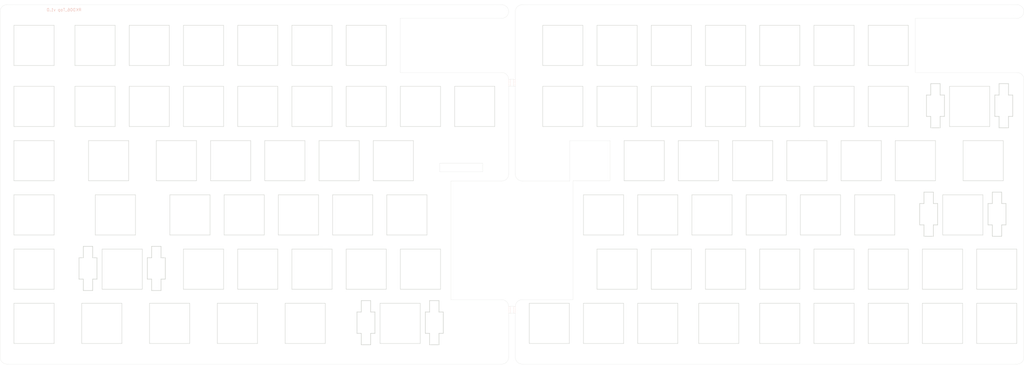
<source format=kicad_pcb>
(kicad_pcb (version 20241229) (generator "pcbnew") (generator_version "9.0")
  (layers (0 "F.Cu" signal) (2 "B.Cu" signal) (13 "F.Paste" user) (15 "B.Paste" user) (5 "F.SilkS" user "F.Silkscreen") (7 "B.SilkS" user "B.Silkscreen") (1 "F.Mask" user) (3 "B.Mask" user) (25 "Edge.Cuts" user))
  (net 0 "")
  (footprint "Rikkodo_FootPrint:rkd_Top_ChocV1V2byV1_2u" (layer "F.Cu") (at 83.34375 126.20625)
    (property "Reference" "SW11" (hide yes))
    (property "Value" "SW_Push" (hide yes))
    (fp_line (start -15.15 -4) (end -15.15 3.5) (stroke (width 0.2)) (layer "Edge.Cuts"))
    (fp_line (start -13.65 -8) (end -13.65 -4) (stroke (width 0.2)) (layer "Edge.Cuts"))
    (fp_line (start -13.65 -8) (end -10.35 -8) (stroke (width 0.2)) (layer "Edge.Cuts"))
    (fp_line (start -13.65 -4) (end -15.15 -4) (stroke (width 0.2)) (layer "Edge.Cuts"))
    (fp_line (start -13.65 3.5) (end -15.15 3.5) (stroke (width 0.2)) (layer "Edge.Cuts"))
    (fp_line (start -13.65 7.5) (end -13.65 3.5) (stroke (width 0.2)) (layer "Edge.Cuts"))
    (fp_line (start -10.35 -8) (end -10.35 -4) (stroke (width 0.2)) (layer "Edge.Cuts"))
    (fp_line (start -10.35 -4) (end -8.85 -4) (stroke (width 0.2)) (layer "Edge.Cuts"))
    (fp_line (start -10.35 3.5) (end -8.85 3.5) (stroke (width 0.2)) (layer "Edge.Cuts"))
    (fp_line (start -10.35 7.5) (end -13.65 7.5) (stroke (width 0.2)) (layer "Edge.Cuts"))
    (fp_line (start -10.35 7.5) (end -10.35 3.5) (stroke (width 0.2)) (layer "Edge.Cuts"))
    (fp_line (start -8.85 -4) (end -8.85 3.5) (stroke (width 0.2)) (layer "Edge.Cuts"))
    (fp_line (start -7.05 -7.05) (end 7.05 -7.05) (stroke (width 0.15)) (layer "Edge.Cuts"))
    (fp_line (start -7.05 7.05) (end -7.05 -7.05) (stroke (width 0.15)) (layer "Edge.Cuts"))
    (fp_line (start 7.05 -7.05) (end 7.05 7.05) (stroke (width 0.15)) (layer "Edge.Cuts"))
    (fp_line (start 7.05 7.05) (end -7.05 7.05) (stroke (width 0.15)) (layer "Edge.Cuts"))
    (fp_line (start 8.85 -4) (end 8.85 3.5) (stroke (width 0.2)) (layer "Edge.Cuts"))
    (fp_line (start 10.35 -8) (end 10.35 -4) (stroke (width 0.2)) (layer "Edge.Cuts"))
    (fp_line (start 10.35 -8) (end 13.65 -8) (stroke (width 0.2)) (layer "Edge.Cuts"))
    (fp_line (start 10.35 -4) (end 8.85 -4) (stroke (width 0.2)) (layer "Edge.Cuts"))
    (fp_line (start 10.35 3.5) (end 8.85 3.5) (stroke (width 0.2)) (layer "Edge.Cuts"))
    (fp_line (start 10.35 7.5) (end 10.35 3.5) (stroke (width 0.2)) (layer "Edge.Cuts"))
    (fp_line (start 13.65 -8) (end 13.65 -4) (stroke (width 0.2)) (layer "Edge.Cuts"))
    (fp_line (start 13.65 -4) (end 15.15 -4) (stroke (width 0.2)) (layer "Edge.Cuts"))
    (fp_line (start 13.65 3.5) (end 15.15 3.5) (stroke (width 0.2)) (layer "Edge.Cuts"))
    (fp_line (start 13.65 7.5) (end 10.35 7.5) (stroke (width 0.2)) (layer "Edge.Cuts"))
    (fp_line (start 13.65 7.5) (end 13.65 3.5) (stroke (width 0.2)) (layer "Edge.Cuts"))
    (fp_line (start 15.15 -4) (end 15.15 3.5) (stroke (width 0.2)) (layer "Edge.Cuts"))
  )
  (footprint "kbd_SW_Hole:SW_Hole_1u" (layer "F.Cu") (at 352.425 69.05625)
    (property "Reference" "SW88" (hide yes))
    (property "Value" "SW_Push" (hide yes))
    (fp_line (start -7.05 -7.05) (end 7.05 -7.05) (stroke (width 0.15)) (layer "Edge.Cuts"))
    (fp_line (start -7.05 7.05) (end -7.05 -7.05) (stroke (width 0.15)) (layer "Edge.Cuts"))
    (fp_line (start 7.05 -7.05) (end 7.05 7.05) (stroke (width 0.15)) (layer "Edge.Cuts"))
    (fp_line (start 7.05 7.05) (end -7.05 7.05) (stroke (width 0.15)) (layer "Edge.Cuts"))
  )
  (footprint "kbd_Hole:m2_Screw_Hole" (layer "F.Cu") (at 176.2125 35.71875)
    (property "Reference" "Ref**")
    (property "Value" "Val**")
    (pad "" np_thru_hole circle (at 0 0) (size 2.2 2.2) (drill 2.2) (layers "*.Cu" "*.Mask"))
  )
  (footprint "Rikkodo_FootPrint:rkd_KeyHall_3wx15" (layer "F.Cu") (at 202.40625 90.4875)
    (property "Reference" "LED28" (hide yes))
    (property "Value" "LED_SK6812MINI-E" (hide yes))
    (fp_line (start -7.525 1.5375) (end -7.525 -1.5375) (stroke (width 0.05)) (layer "Edge.Cuts"))
    (fp_line (start 7.525 -1.5375) (end -7.525 -1.5375) (stroke (width 0.05)) (layer "Edge.Cuts"))
    (fp_line (start 7.525 -1.5375) (end 7.525 1.5375) (stroke (width 0.05)) (layer "Edge.Cuts"))
    (fp_line (start 7.525 1.5375) (end -7.525 1.5375) (stroke (width 0.05)) (layer "Edge.Cuts"))
  )
  (footprint "kbd_SW_Hole:SW_Hole_1.25u" (layer "F.Cu") (at 147.6375 145.25625)
    (property "Reference" "SW30" (hide yes))
    (property "Value" "SW_Push" (hide yes))
    (fp_line (start -7.05 -7.05) (end 7.05 -7.05) (stroke (width 0.15)) (layer "Edge.Cuts"))
    (fp_line (start -7.05 7.05) (end -7.05 -7.05) (stroke (width 0.15)) (layer "Edge.Cuts"))
    (fp_line (start 7.05 -7.05) (end 7.05 7.05) (stroke (width 0.15)) (layer "Edge.Cuts"))
    (fp_line (start 7.05 7.05) (end -7.05 7.05) (stroke (width 0.15)) (layer "Edge.Cuts"))
  )
  (footprint "kbd_SW_Hole:SW_Hole_1.75u" (layer "F.Cu") (at 80.9625 107.15625)
    (property "Reference" "SW10" (hide yes))
    (property "Value" "SW_Push" (hide yes))
    (fp_line (start -7.05 -7.05) (end 7.05 -7.05) (stroke (width 0.15)) (layer "Edge.Cuts"))
    (fp_line (start -7.05 7.05) (end -7.05 -7.05) (stroke (width 0.15)) (layer "Edge.Cuts"))
    (fp_line (start 7.05 -7.05) (end 7.05 7.05) (stroke (width 0.15)) (layer "Edge.Cuts"))
    (fp_line (start 7.05 7.05) (end -7.05 7.05) (stroke (width 0.15)) (layer "Edge.Cuts"))
  )
  (footprint "kbd_SW_Hole:SW_Hole_1u" (layer "F.Cu") (at 52.3875 88.10625)
    (property "Reference" "SW3" (hide yes))
    (property "Value" "SW_Push" (hide yes))
    (fp_line (start -7.05 -7.05) (end 7.05 -7.05) (stroke (width 0.15)) (layer "Edge.Cuts"))
    (fp_line (start -7.05 7.05) (end -7.05 -7.05) (stroke (width 0.15)) (layer "Edge.Cuts"))
    (fp_line (start 7.05 -7.05) (end 7.05 7.05) (stroke (width 0.15)) (layer "Edge.Cuts"))
    (fp_line (start 7.05 7.05) (end -7.05 7.05) (stroke (width 0.15)) (layer "Edge.Cuts"))
  )
  (footprint "kbd_Hole:m2_Screw_Hole" (layer "F.Cu") (at 300.0375 116.68125)
    (property "Reference" "Ref**")
    (property "Value" "Val**")
    (pad "" np_thru_hole circle (at 0 0) (size 2.2 2.2) (drill 2.2) (layers "*.Cu" "*.Mask"))
  )
  (footprint "kbd_SW_Hole:SW_Hole_1.5u" (layer "F.Cu") (at 385.7625 88.10625)
    (property "Reference" "SW95" (hide yes))
    (property "Value" "SW_Push" (hide yes))
    (fp_line (start -7.05 -7.05) (end 7.05 -7.05) (stroke (width 0.15)) (layer "Edge.Cuts"))
    (fp_line (start -7.05 7.05) (end -7.05 -7.05) (stroke (width 0.15)) (layer "Edge.Cuts"))
    (fp_line (start 7.05 -7.05) (end 7.05 7.05) (stroke (width 0.15)) (layer "Edge.Cuts"))
    (fp_line (start 7.05 7.05) (end -7.05 7.05) (stroke (width 0.15)) (layer "Edge.Cuts"))
  )
  (footprint "kbd_SW_Hole:SW_Hole_1u" (layer "F.Cu") (at 73.81875 47.625)
    (property "Reference" "SW7" (hide yes))
    (property "Value" "SW_Push" (hide yes))
    (fp_line (start -7.05 -7.05) (end 7.05 -7.05) (stroke (width 0.15)) (layer "Edge.Cuts"))
    (fp_line (start -7.05 7.05) (end -7.05 -7.05) (stroke (width 0.15)) (layer "Edge.Cuts"))
    (fp_line (start 7.05 -7.05) (end 7.05 7.05) (stroke (width 0.15)) (layer "Edge.Cuts"))
    (fp_line (start 7.05 7.05) (end -7.05 7.05) (stroke (width 0.15)) (layer "Edge.Cuts"))
  )
  (footprint "Rikkodo_FootPrint:rkd_cutdot" (layer "F.Cu") (at 219.371969 140.49375 90)
    (property "Reference" "REF**" (hide yes))
    (property "Value" "rkd_cutdot" (hide yes))
    (fp_line (start 1.190624 0.297656) (end 1.190482 -0.297479) (stroke (width 0.05)) (layer "Edge.Cuts"))
    (fp_line (start -1.190628 0.297656) (end -1.190768 -0.297479) (stroke (width 0.05)) (layer "Edge.Cuts"))
    (pad "" np_thru_hole circle (at -0.893198 0.000356 180) (size 0.5 0.5) (drill 0.5) (layers "*.Cu" "*.Mask"))
    (pad "" np_thru_hole circle (at -0.297886 0.000356 180) (size 0.5 0.5) (drill 0.5) (layers "*.Cu" "*.Mask"))
    (pad "" np_thru_hole circle (at 0.297426 0.000356 180) (size 0.5 0.5) (drill 0.5) (layers "*.Cu" "*.Mask"))
    (pad "" np_thru_hole circle (at 0.892738 0.000356 180) (size 0.5 0.5) (drill 0.5) (layers "*.Cu" "*.Mask"))
  )
  (footprint "kbd_SW_Hole:SW_Hole_1u" (layer "F.Cu") (at 102.39375 88.10625)
    (property "Reference" "SW15" (hide yes))
    (property "Value" "SW_Push" (hide yes))
    (fp_line (start -7.05 -7.05) (end 7.05 -7.05) (stroke (width 0.15)) (layer "Edge.Cuts"))
    (fp_line (start -7.05 7.05) (end -7.05 -7.05) (stroke (width 0.15)) (layer "Edge.Cuts"))
    (fp_line (start 7.05 -7.05) (end 7.05 7.05) (stroke (width 0.15)) (layer "Edge.Cuts"))
    (fp_line (start 7.05 7.05) (end -7.05 7.05) (stroke (width 0.15)) (layer "Edge.Cuts"))
  )
  (footprint "kbd_SW_Hole:SW_Hole_1u" (layer "F.Cu") (at 52.3875 126.20625)
    (property "Reference" "SW5" (hide yes))
    (property "Value" "SW_Push" (hide yes))
    (fp_line (start -7.05 -7.05) (end 7.05 -7.05) (stroke (width 0.15)) (layer "Edge.Cuts"))
    (fp_line (start -7.05 7.05) (end -7.05 -7.05) (stroke (width 0.15)) (layer "Edge.Cuts"))
    (fp_line (start 7.05 -7.05) (end 7.05 7.05) (stroke (width 0.15)) (layer "Edge.Cuts"))
    (fp_line (start 7.05 7.05) (end -7.05 7.05) (stroke (width 0.15)) (layer "Edge.Cuts"))
  )
  (footprint "Rikkodo_FootPrint:rkd_cutdot" (layer "F.Cu") (at 221.158231 60.721682 90)
    (property "Reference" "REF**" (hide yes))
    (property "Value" "rkd_cutdot" (hide yes))
    (fp_line (start 1.190624 0.297656) (end 1.190482 -0.297479) (stroke (width 0.05)) (layer "Edge.Cuts"))
    (fp_line (start -1.190628 0.297656) (end -1.190768 -0.297479) (stroke (width 0.05)) (layer "Edge.Cuts"))
    (pad "" np_thru_hole circle (at -0.893198 0.000356 180) (size 0.5 0.5) (drill 0.5) (layers "*.Cu" "*.Mask"))
    (pad "" np_thru_hole circle (at -0.297886 0.000356 180) (size 0.5 0.5) (drill 0.5) (layers "*.Cu" "*.Mask"))
    (pad "" np_thru_hole circle (at 0.297426 0.000356 180) (size 0.5 0.5) (drill 0.5) (layers "*.Cu" "*.Mask"))
    (pad "" np_thru_hole circle (at 0.892738 0.000356 180) (size 0.5 0.5) (drill 0.5) (layers "*.Cu" "*.Mask"))
  )
  (footprint "kbd_SW_Hole:SW_Hole_1u" (layer "F.Cu") (at 252.4125 107.15625)
    (property "Reference" "SW60" (hide yes))
    (property "Value" "SW_Push" (hide yes))
    (fp_line (start -7.05 -7.05) (end 7.05 -7.05) (stroke (width 0.15)) (layer "Edge.Cuts"))
    (fp_line (start -7.05 7.05) (end -7.05 -7.05) (stroke (width 0.15)) (layer "Edge.Cuts"))
    (fp_line (start 7.05 -7.05) (end 7.05 7.05) (stroke (width 0.15)) (layer "Edge.Cuts"))
    (fp_line (start 7.05 7.05) (end -7.05 7.05) (stroke (width 0.15)) (layer "Edge.Cuts"))
  )
  (footprint "kbd_SW_Hole:SW_Hole_1.25u" (layer "F.Cu") (at 100.0125 145.25625)
    (property "Reference" "SW18" (hide yes))
    (property "Value" "SW_Push" (hide yes))
    (fp_line (start -7.05 -7.05) (end 7.05 -7.05) (stroke (width 0.15)) (layer "Edge.Cuts"))
    (fp_line (start -7.05 7.05) (end -7.05 -7.05) (stroke (width 0.15)) (layer "Edge.Cuts"))
    (fp_line (start 7.05 -7.05) (end 7.05 7.05) (stroke (width 0.15)) (layer "Edge.Cuts"))
    (fp_line (start 7.05 7.05) (end -7.05 7.05) (stroke (width 0.15)) (layer "Edge.Cuts"))
  )
  (footprint "kbd_SW_Hole:SW_Hole_1u" (layer "F.Cu") (at 111.91875 47.625)
    (property "Reference" "SW19" (hide yes))
    (property "Value" "SW_Push" (hide yes))
    (fp_line (start -7.05 -7.05) (end 7.05 -7.05) (stroke (width 0.15)) (layer "Edge.Cuts"))
    (fp_line (start -7.05 7.05) (end -7.05 -7.05) (stroke (width 0.15)) (layer "Edge.Cuts"))
    (fp_line (start 7.05 -7.05) (end 7.05 7.05) (stroke (width 0.15)) (layer "Edge.Cuts"))
    (fp_line (start 7.05 7.05) (end -7.05 7.05) (stroke (width 0.15)) (layer "Edge.Cuts"))
  )
  (footprint "kbd_SW_Hole:SW_Hole_1u" (layer "F.Cu") (at 342.9 88.10625)
    (property "Reference" "SW83" (hide yes))
    (property "Value" "SW_Push" (hide yes))
    (fp_line (start -7.05 -7.05) (end 7.05 -7.05) (stroke (width 0.15)) (layer "Edge.Cuts"))
    (fp_line (start -7.05 7.05) (end -7.05 -7.05) (stroke (width 0.15)) (layer "Edge.Cuts"))
    (fp_line (start 7.05 -7.05) (end 7.05 7.05) (stroke (width 0.15)) (layer "Edge.Cuts"))
    (fp_line (start 7.05 7.05) (end -7.05 7.05) (stroke (width 0.15)) (layer "Edge.Cuts"))
  )
  (footprint "kbd_SW_Hole:SW_Hole_1u" (layer "F.Cu") (at 111.91875 126.20625)
    (property "Reference" "SW17" (hide yes))
    (property "Value" "SW_Push" (hide yes))
    (fp_line (start -7.05 -7.05) (end 7.05 -7.05) (stroke (width 0.15)) (layer "Edge.Cuts"))
    (fp_line (start -7.05 7.05) (end -7.05 -7.05) (stroke (width 0.15)) (layer "Edge.Cuts"))
    (fp_line (start 7.05 -7.05) (end 7.05 7.05) (stroke (width 0.15)) (layer "Edge.Cuts"))
    (fp_line (start 7.05 7.05) (end -7.05 7.05) (stroke (width 0.15)) (layer "Edge.Cuts"))
  )
  (footprint "kbd_SW_Hole:SW_Hole_1u" (layer "F.Cu") (at 371.475 126.20625)
    (property "Reference" "SW91" (hide yes))
    (property "Value" "SW_Push" (hide yes))
    (fp_line (start -7.05 -7.05) (end 7.05 -7.05) (stroke (width 0.15)) (layer "Edge.Cuts"))
    (fp_line (start -7.05 7.05) (end -7.05 -7.05) (stroke (width 0.15)) (layer "Edge.Cuts"))
    (fp_line (start 7.05 -7.05) (end 7.05 7.05) (stroke (width 0.15)) (layer "Edge.Cuts"))
    (fp_line (start 7.05 7.05) (end -7.05 7.05) (stroke (width 0.15)) (layer "Edge.Cuts"))
  )
  (footprint "kbd_SW_Hole:SW_Hole_1u" (layer "F.Cu") (at 238.125 47.625)
    (property "Reference" "SW51" (hide yes))
    (property "Value" "SW_Push" (hide yes))
    (fp_line (start -7.05 -7.05) (end 7.05 -7.05) (stroke (width 0.15)) (layer "Edge.Cuts"))
    (fp_line (start -7.05 7.05) (end -7.05 -7.05) (stroke (width 0.15)) (layer "Edge.Cuts"))
    (fp_line (start 7.05 -7.05) (end 7.05 7.05) (stroke (width 0.15)) (layer "Edge.Cuts"))
    (fp_line (start 7.05 7.05) (end -7.05 7.05) (stroke (width 0.15)) (layer "Edge.Cuts"))
  )
  (footprint "kbd_SW_Hole:SW_Hole_1u" (layer "F.Cu") (at 252.4125 145.25625)
    (property "Reference" "SW56" (hide yes))
    (property "Value" "SW_Push" (hide yes))
    (fp_line (start -7.05 -7.05) (end 7.05 -7.05) (stroke (width 0.15)) (layer "Edge.Cuts"))
    (fp_line (start -7.05 7.05) (end -7.05 -7.05) (stroke (width 0.15)) (layer "Edge.Cuts"))
    (fp_line (start 7.05 -7.05) (end 7.05 7.05) (stroke (width 0.15)) (layer "Edge.Cuts"))
    (fp_line (start 7.05 7.05) (end -7.05 7.05) (stroke (width 0.15)) (layer "Edge.Cuts"))
  )
  (footprint "kbd_SW_Hole:SW_Hole_1u" (layer "F.Cu") (at 52.3875 69.05625)
    (property "Reference" "SW2" (hide yes))
    (property "Value" "SW_Push" (hide yes))
    (fp_line (start -7.05 -7.05) (end 7.05 -7.05) (stroke (width 0.15)) (layer "Edge.Cuts"))
    (fp_line (start -7.05 7.05) (end -7.05 -7.05) (stroke (width 0.15)) (layer "Edge.Cuts"))
    (fp_line (start 7.05 -7.05) (end 7.05 7.05) (stroke (width 0.15)) (layer "Edge.Cuts"))
    (fp_line (start 7.05 7.05) (end -7.05 7.05) (stroke (width 0.15)) (layer "Edge.Cuts"))
  )
  (footprint "kbd_SW_Hole:SW_Hole_1u" (layer "F.Cu") (at 169.06875 126.20625)
    (property "Reference" "SW35" (hide yes))
    (property "Value" "SW_Push" (hide yes))
    (fp_line (start -7.05 -7.05) (end 7.05 -7.05) (stroke (width 0.15)) (layer "Edge.Cuts"))
    (fp_line (start -7.05 7.05) (end -7.05 -7.05) (stroke (width 0.15)) (layer "Edge.Cuts"))
    (fp_line (start 7.05 -7.05) (end 7.05 7.05) (stroke (width 0.15)) (layer "Edge.Cuts"))
    (fp_line (start 7.05 7.05) (end -7.05 7.05) (stroke (width 0.15)) (layer "Edge.Cuts"))
  )
  (footprint "kbd_SW_Hole:SW_Hole_1u" (layer "F.Cu") (at 314.325 145.25625)
    (property "Reference" "SW74" (hide yes))
    (property "Value" "SW_Push" (hide yes))
    (fp_line (start -7.05 -7.05) (end 7.05 -7.05) (stroke (width 0.15)) (layer "Edge.Cuts"))
    (fp_line (start -7.05 7.05) (end -7.05 -7.05) (stroke (width 0.15)) (layer "Edge.Cuts"))
    (fp_line (start 7.05 -7.05) (end 7.05 7.05) (stroke (width 0.15)) (layer "Edge.Cuts"))
    (fp_line (start 7.05 7.05) (end -7.05 7.05) (stroke (width 0.15)) (layer "Edge.Cuts"))
  )
  (footprint "kbd_SW_Hole:SW_Hole_1u" (layer "F.Cu") (at 352.425 47.625)
    (property "Reference" "SW87" (hide yes))
    (property "Value" "SW_Push" (hide yes))
    (fp_line (start -7.05 -7.05) (end 7.05 -7.05) (stroke (width 0.15)) (layer "Edge.Cuts"))
    (fp_line (start -7.05 7.05) (end -7.05 -7.05) (stroke (width 0.15)) (layer "Edge.Cuts"))
    (fp_line (start 7.05 -7.05) (end 7.05 7.05) (stroke (width 0.15)) (layer "Edge.Cuts"))
    (fp_line (start 7.05 7.05) (end -7.05 7.05) (stroke (width 0.15)) (layer "Edge.Cuts"))
  )
  (footprint "kbd_SW_Hole:SW_Hole_1u" (layer "F.Cu") (at 285.75 88.10625)
    (property "Reference" "SW65" (hide yes))
    (property "Value" "SW_Push" (hide yes))
    (fp_line (start -7.05 -7.05) (end 7.05 -7.05) (stroke (width 0.15)) (layer "Edge.Cuts"))
    (fp_line (start -7.05 7.05) (end -7.05 -7.05) (stroke (width 0.15)) (layer "Edge.Cuts"))
    (fp_line (start 7.05 -7.05) (end 7.05 7.05) (stroke (width 0.15)) (layer "Edge.Cuts"))
    (fp_line (start 7.05 7.05) (end -7.05 7.05) (stroke (width 0.15)) (layer "Edge.Cuts"))
  )
  (footprint "kbd_SW_Hole:SW_Hole_1u" (layer "F.Cu") (at 130.96875 69.05625)
    (property "Reference" "SW26" (hide yes))
    (property "Value" "SW_Push" (hide yes))
    (fp_line (start -7.05 -7.05) (end 7.05 -7.05) (stroke (width 0.15)) (layer "Edge.Cuts"))
    (fp_line (start -7.05 7.05) (end -7.05 -7.05) (stroke (width 0.15)) (layer "Edge.Cuts"))
    (fp_line (start 7.05 -7.05) (end 7.05 7.05) (stroke (width 0.15)) (layer "Edge.Cuts"))
    (fp_line (start 7.05 7.05) (end -7.05 7.05) (stroke (width 0.15)) (layer "Edge.Cuts"))
  )
  (footprint "kbd_Hole:m2_Screw_Hole" (layer "F.Cu") (at 395.2875 35.71875)
    (property "Reference" "Ref**")
    (property "Value" "Val**")
    (pad "" np_thru_hole circle (at 0 0) (size 2.2 2.2) (drill 2.2) (layers "*.Cu" "*.Mask"))
  )
  (footprint "kbd_SW_Hole:SW_Hole_1u" (layer "F.Cu") (at 295.275 126.20625)
    (property "Reference" "SW67" (hide yes))
    (property "Value" "SW_Push" (hide yes))
    (fp_line (start -7.05 -7.05) (end 7.05 -7.05) (stroke (width 0.15)) (layer "Edge.Cuts"))
    (fp_line (start -7.05 7.05) (end -7.05 -7.05) (stroke (width 0.15)) (layer "Edge.Cuts"))
    (fp_line (start 7.05 -7.05) (end 7.05 7.05) (stroke (width 0.15)) (layer "Edge.Cuts"))
    (fp_line (start 7.05 7.05) (end -7.05 7.05) (stroke (width 0.15)) (layer "Edge.Cuts"))
  )
  (footprint "kbd_SW_Hole:SW_Hole_1u" (layer "F.Cu") (at 92.86875 69.05625)
    (property "Reference" "SW14" (hide yes))
    (property "Value" "SW_Push" (hide yes))
    (fp_line (start -7.05 -7.05) (end 7.05 -7.05) (stroke (width 0.15)) (layer "Edge.Cuts"))
    (fp_line (start -7.05 7.05) (end -7.05 -7.05) (stroke (width 0.15)) (layer "Edge.Cuts"))
    (fp_line (start 7.05 -7.05) (end 7.05 7.05) (stroke (width 0.15)) (layer "Edge.Cuts"))
    (fp_line (start 7.05 7.05) (end -7.05 7.05) (stroke (width 0.15)) (layer "Edge.Cuts"))
  )
  (footprint "kbd_SW_Hole:SW_Hole_1u" (layer "F.Cu") (at 169.06875 69.05625)
    (property "Reference" "SW38" (hide yes))
    (property "Value" "SW_Push" (hide yes))
    (fp_line (start -7.05 -7.05) (end 7.05 -7.05) (stroke (width 0.15)) (layer "Edge.Cuts"))
    (fp_line (start -7.05 7.05) (end -7.05 -7.05) (stroke (width 0.15)) (layer "Edge.Cuts"))
    (fp_line (start 7.05 -7.05) (end 7.05 7.05) (stroke (width 0.15)) (layer "Edge.Cuts"))
    (fp_line (start 7.05 7.05) (end -7.05 7.05) (stroke (width 0.15)) (layer "Edge.Cuts"))
  )
  (footprint "kbd_SW_Hole:SW_Hole_1u" (layer "F.Cu") (at 309.5625 107.15625)
    (property "Reference" "SW78" (hide yes))
    (property "Value" "SW_Push" (hide yes))
    (fp_line (start -7.05 -7.05) (end 7.05 -7.05) (stroke (width 0.15)) (layer "Edge.Cuts"))
    (fp_line (start -7.05 7.05) (end -7.05 -7.05) (stroke (width 0.15)) (layer "Edge.Cuts"))
    (fp_line (start 7.05 -7.05) (end 7.05 7.05) (stroke (width 0.15)) (layer "Edge.Cuts"))
    (fp_line (start 7.05 7.05) (end -7.05 7.05) (stroke (width 0.15)) (layer "Edge.Cuts"))
  )
  (footprint "kbd_Hole:m2_Screw_Hole" (layer "F.Cu") (at 214.3125 35.71875)
    (property "Reference" "Ref**")
    (property "Value" "Val**")
    (pad "" np_thru_hole circle (at 0 0) (size 2.2 2.2) (drill 2.2) (layers "*.Cu" "*.Mask"))
  )
  (footprint "kbd_SW_Hole:SW_Hole_1u" (layer "F.Cu") (at 150.01875 47.625)
    (property "Reference" "SW31" (hide yes))
    (property "Value" "SW_Push" (hide yes))
    (fp_line (start -7.05 -7.05) (end 7.05 -7.05) (stroke (width 0.15)) (layer "Edge.Cuts"))
    (fp_line (start -7.05 7.05) (end -7.05 -7.05) (stroke (width 0.15)) (layer "Edge.Cuts"))
    (fp_line (start 7.05 -7.05) (end 7.05 7.05) (stroke (width 0.15)) (layer "Edge.Cuts"))
    (fp_line (start 7.05 7.05) (end -7.05 7.05) (stroke (width 0.15)) (layer "Edge.Cuts"))
  )
  (footprint "kbd_SW_Hole:SW_Hole_1u" (layer "F.Cu") (at 333.375 145.25625)
    (property "Reference" "SW80" (hide yes))
    (property "Value" "SW_Push" (hide yes))
    (fp_line (start -7.05 -7.05) (end 7.05 -7.05) (stroke (width 0.15)) (layer "Edge.Cuts"))
    (fp_line (start -7.05 7.05) (end -7.05 -7.05) (stroke (width 0.15)) (layer "Edge.Cuts"))
    (fp_line (start 7.05 -7.05) (end 7.05 7.05) (stroke (width 0.15)) (layer "Edge.Cuts"))
    (fp_line (start 7.05 7.05) (end -7.05 7.05) (stroke (width 0.15)) (layer "Edge.Cuts"))
  )
  (footprint "kbd_SW_Hole:SW_Hole_1u" (layer "F.Cu") (at 178.59375 88.10625)
    (property "Reference" "SW40" (hide yes))
    (property "Value" "SW_Push" (hide yes))
    (fp_line (start -7.05 -7.05) (end 7.05 -7.05) (stroke (width 0.15)) (layer "Edge.Cuts"))
    (fp_line (start -7.05 7.05) (end -7.05 -7.05) (stroke (width 0.15)) (layer "Edge.Cuts"))
    (fp_line (start 7.05 -7.05) (end 7.05 7.05) (stroke (width 0.15)) (layer "Edge.Cuts"))
    (fp_line (start 7.05 7.05) (end -7.05 7.05) (stroke (width 0.15)) (layer "Edge.Cuts"))
  )
  (footprint "kbd_SW_Hole:SW_Hole_1u" (layer "F.Cu") (at 130.96875 47.625)
    (property "Reference" "SW25" (hide yes))
    (property "Value" "SW_Push" (hide yes))
    (fp_line (start -7.05 -7.05) (end 7.05 -7.05) (stroke (width 0.15)) (layer "Edge.Cuts"))
    (fp_line (start -7.05 7.05) (end -7.05 -7.05) (stroke (width 0.15)) (layer "Edge.Cuts"))
    (fp_line (start 7.05 -7.05) (end 7.05 7.05) (stroke (width 0.15)) (layer "Edge.Cuts"))
    (fp_line (start 7.05 7.05) (end -7.05 7.05) (stroke (width 0.15)) (layer "Edge.Cuts"))
  )
  (footprint "kbd_SW_Hole:SW_Hole_1u" (layer "F.Cu") (at 257.175 47.625)
    (property "Reference" "SW57" (hide yes))
    (property "Value" "SW_Push" (hide yes))
    (fp_line (start -7.05 -7.05) (end 7.05 -7.05) (stroke (width 0.15)) (layer "Edge.Cuts"))
    (fp_line (start -7.05 7.05) (end -7.05 -7.05) (stroke (width 0.15)) (layer "Edge.Cuts"))
    (fp_line (start 7.05 -7.05) (end 7.05 7.05) (stroke (width 0.15)) (layer "Edge.Cuts"))
    (fp_line (start 7.05 7.05) (end -7.05 7.05) (stroke (width 0.15)) (layer "Edge.Cuts"))
  )
  (footprint "kbd_SW_Hole:SW_Hole_1u" (layer "F.Cu") (at 52.3875 47.625)
    (property "Reference" "SW1" (hide yes))
    (property "Value" "SW_Push" (hide yes))
    (fp_line (start -7.05 -7.05) (end 7.05 -7.05) (stroke (width 0.15)) (layer "Edge.Cuts"))
    (fp_line (start -7.05 7.05) (end -7.05 -7.05) (stroke (width 0.15)) (layer "Edge.Cuts"))
    (fp_line (start 7.05 -7.05) (end 7.05 7.05) (stroke (width 0.15)) (layer "Edge.Cuts"))
    (fp_line (start 7.05 7.05) (end -7.05 7.05) (stroke (width 0.15)) (layer "Edge.Cuts"))
  )
  (footprint "kbd_SW_Hole:SW_Hole_1u" (layer "F.Cu") (at 295.275 69.05625)
    (property "Reference" "SW70" (hide yes))
    (property "Value" "SW_Push" (hide yes))
    (fp_line (start -7.05 -7.05) (end 7.05 -7.05) (stroke (width 0.15)) (layer "Edge.Cuts"))
    (fp_line (start -7.05 7.05) (end -7.05 -7.05) (stroke (width 0.15)) (layer "Edge.Cuts"))
    (fp_line (start 7.05 -7.05) (end 7.05 7.05) (stroke (width 0.15)) (layer "Edge.Cuts"))
    (fp_line (start 7.05 7.05) (end -7.05 7.05) (stroke (width 0.15)) (layer "Edge.Cuts"))
  )
  (footprint "kbd_SW_Hole:SW_Hole_1u" (layer "F.Cu") (at 323.85 88.10625)
    (property "Reference" "SW77" (hide yes))
    (property "Value" "SW_Push" (hide yes))
    (fp_line (start -7.05 -7.05) (end 7.05 -7.05) (stroke (width 0.15)) (layer "Edge.Cuts"))
    (fp_line (start -7.05 7.05) (end -7.05 -7.05) (stroke (width 0.15)) (layer "Edge.Cuts"))
    (fp_line (start 7.05 -7.05) (end 7.05 7.05) (stroke (width 0.15)) (layer "Edge.Cuts"))
    (fp_line (start 7.05 7.05) (end -7.05 7.05) (stroke (width 0.15)) (layer "Edge.Cuts"))
  )
  (footprint "kbd_SW_Hole:SW_Hole_1u" (layer "F.Cu") (at 150.01875 69.05625)
    (property "Reference" "SW32" (hide yes))
    (property "Value" "SW_Push" (hide yes))
    (fp_line (start -7.05 -7.05) (end 7.05 -7.05) (stroke (width 0.15)) (layer "Edge.Cuts"))
    (fp_line (start -7.05 7.05) (end -7.05 -7.05) (stroke (width 0.15)) (layer "Edge.Cuts"))
    (fp_line (start 7.05 -7.05) (end 7.05 7.05) (stroke (width 0.15)) (layer "Edge.Cuts"))
    (fp_line (start 7.05 7.05) (end -7.05 7.05) (stroke (width 0.15)) (layer "Edge.Cuts"))
  )
  (footprint "kbd_SW_Hole:SW_Hole_1u" (layer "F.Cu") (at 361.95 88.10625)
    (property "Reference" "SW89" (hide yes))
    (property "Value" "SW_Push" (hide yes))
    (fp_line (start -7.05 -7.05) (end 7.05 -7.05) (stroke (width 0.15)) (layer "Edge.Cuts"))
    (fp_line (start -7.05 7.05) (end -7.05 -7.05) (stroke (width 0.15)) (layer "Edge.Cuts"))
    (fp_line (start 7.05 -7.05) (end 7.05 7.05) (stroke (width 0.15)) (layer "Edge.Cuts"))
    (fp_line (start 7.05 7.05) (end -7.05 7.05) (stroke (width 0.15)) (layer "Edge.Cuts"))
  )
  (footprint "kbd_SW_Hole:SW_Hole_1u" (layer "F.Cu") (at 257.175 69.05625)
    (property "Reference" "SW58" (hide yes))
    (property "Value" "SW_Push" (hide yes))
    (fp_line (start -7.05 -7.05) (end 7.05 -7.05) (stroke (width 0.15)) (layer "Edge.Cuts"))
    (fp_line (start -7.05 7.05) (end -7.05 -7.05) (stroke (width 0.15)) (layer "Edge.Cuts"))
    (fp_line (start 7.05 -7.05) (end 7.05 7.05) (stroke (width 0.15)) (layer "Edge.Cuts"))
    (fp_line (start 7.05 7.05) (end -7.05 7.05) (stroke (width 0.15)) (layer "Edge.Cuts"))
  )
  (footprint "kbd_SW_Hole:SW_Hole_1u" (layer "F.Cu") (at 121.44375 88.10625)
    (property "Reference" "SW21" (hide yes))
    (property "Value" "SW_Push" (hide yes))
    (fp_line (start -7.05 -7.05) (end 7.05 -7.05) (stroke (width 0.15)) (layer "Edge.Cuts"))
    (fp_line (start -7.05 7.05) (end -7.05 -7.05) (stroke (width 0.15)) (layer "Edge.Cuts"))
    (fp_line (start 7.05 -7.05) (end 7.05 7.05) (stroke (width 0.15)) (layer "Edge.Cuts"))
    (fp_line (start 7.05 7.05) (end -7.05 7.05) (stroke (width 0.15)) (layer "Edge.Cuts"))
  )
  (footprint "kbd_SW_Hole:SW_Hole_1u" (layer "F.Cu") (at 371.475 145.25625)
    (property "Reference" "SW92" (hide yes))
    (property "Value" "SW_Push" (hide yes))
    (fp_line (start -7.05 -7.05) (end 7.05 -7.05) (stroke (width 0.15)) (layer "Edge.Cuts"))
    (fp_line (start -7.05 7.05) (end -7.05 -7.05) (stroke (width 0.15)) (layer "Edge.Cuts"))
    (fp_line (start 7.05 -7.05) (end 7.05 7.05) (stroke (width 0.15)) (layer "Edge.Cuts"))
    (fp_line (start 7.05 7.05) (end -7.05 7.05) (stroke (width 0.15)) (layer "Edge.Cuts"))
  )
  (footprint "Rikkodo_FootPrint:rkd_Top_ChocV1V2byV1_2u" (layer "F.Cu") (at 180.975 145.25625)
    (property "Reference" "SW36" (hide yes))
    (property "Value" "SW_Push" (hide yes))
    (fp_line (start -15.15 -4) (end -15.15 3.5) (stroke (width 0.2)) (layer "Edge.Cuts"))
    (fp_line (start -13.65 -8) (end -13.65 -4) (stroke (width 0.2)) (layer "Edge.Cuts"))
    (fp_line (start -13.65 -8) (end -10.35 -8) (stroke (width 0.2)) (layer "Edge.Cuts"))
    (fp_line (start -13.65 -4) (end -15.15 -4) (stroke (width 0.2)) (layer "Edge.Cuts"))
    (fp_line (start -13.65 3.5) (end -15.15 3.5) (stroke (width 0.2)) (layer "Edge.Cuts"))
    (fp_line (start -13.65 7.5) (end -13.65 3.5) (stroke (width 0.2)) (layer "Edge.Cuts"))
    (fp_line (start -10.35 -8) (end -10.35 -4) (stroke (width 0.2)) (layer "Edge.Cuts"))
    (fp_line (start -10.35 -4) (end -8.85 -4) (stroke (width 0.2)) (layer "Edge.Cuts"))
    (fp_line (start -10.35 3.5) (end -8.85 3.5) (stroke (width 0.2)) (layer "Edge.Cuts"))
    (fp_line (start -10.35 7.5) (end -13.65 7.5) (stroke (width 0.2)) (layer "Edge.Cuts"))
    (fp_line (start -10.35 7.5) (end -10.35 3.5) (stroke (width 0.2)) (layer "Edge.Cuts"))
    (fp_line (start -8.85 -4) (end -8.85 3.5) (stroke (width 0.2)) (layer "Edge.Cuts"))
    (fp_line (start -7.05 -7.05) (end 7.05 -7.05) (stroke (width 0.15)) (layer "Edge.Cuts"))
    (fp_line (start -7.05 7.05) (end -7.05 -7.05) (stroke (width 0.15)) (layer "Edge.Cuts"))
    (fp_line (start 7.05 -7.05) (end 7.05 7.05) (stroke (width 0.15)) (layer "Edge.Cuts"))
    (fp_line (start 7.05 7.05) (end -7.05 7.05) (stroke (width 0.15)) (layer "Edge.Cuts"))
    (fp_line (start 8.85 -4) (end 8.85 3.5) (stroke (width 0.2)) (layer "Edge.Cuts"))
    (fp_line (start 10.35 -8) (end 10.35 -4) (stroke (width 0.2)) (layer "Edge.Cuts"))
    (fp_line (start 10.35 -8) (end 13.65 -8) (stroke (width 0.2)) (layer "Edge.Cuts"))
    (fp_line (start 10.35 -4) (end 8.85 -4) (stroke (width 0.2)) (layer "Edge.Cuts"))
    (fp_line (start 10.35 3.5) (end 8.85 3.5) (stroke (width 0.2)) (layer "Edge.Cuts"))
    (fp_line (start 10.35 7.5) (end 10.35 3.5) (stroke (width 0.2)) (layer "Edge.Cuts"))
    (fp_line (start 13.65 -8) (end 13.65 -4) (stroke (width 0.2)) (layer "Edge.Cuts"))
    (fp_line (start 13.65 -4) (end 15.15 -4) (stroke (width 0.2)) (layer "Edge.Cuts"))
    (fp_line (start 13.65 3.5) (end 15.15 3.5) (stroke (width 0.2)) (layer "Edge.Cuts"))
    (fp_line (start 13.65 7.5) (end 10.35 7.5) (stroke (width 0.2)) (layer "Edge.Cuts"))
    (fp_line (start 13.65 7.5) (end 13.65 3.5) (stroke (width 0.2)) (layer "Edge.Cuts"))
    (fp_line (start 15.15 -4) (end 15.15 3.5) (stroke (width 0.2)) (layer "Edge.Cuts"))
  )
  (footprint "Rikkodo_FootPrint:rkd_Top_ChocV1V2byV1_2u" (layer "F.Cu") (at 378.61875 107.15625)
    (property "Reference" "SW96" (hide yes))
    (property "Value" "SW_Push" (hide yes))
    (fp_line (start -15.15 -4) (end -15.15 3.5) (stroke (width 0.2)) (layer "Edge.Cuts"))
    (fp_line (start -13.65 -8) (end -13.65 -4) (stroke (width 0.2)) (layer "Edge.Cuts"))
    (fp_line (start -13.65 -8) (end -10.35 -8) (stroke (width 0.2)) (layer "Edge.Cuts"))
    (fp_line (start -13.65 -4) (end -15.15 -4) (stroke (width 0.2)) (layer "Edge.Cuts"))
    (fp_line (start -13.65 3.5) (end -15.15 3.5) (stroke (width 0.2)) (layer "Edge.Cuts"))
    (fp_line (start -13.65 7.5) (end -13.65 3.5) (stroke (width 0.2)) (layer "Edge.Cuts"))
    (fp_line (start -10.35 -8) (end -10.35 -4) (stroke (width 0.2)) (layer "Edge.Cuts"))
    (fp_line (start -10.35 -4) (end -8.85 -4) (stroke (width 0.2)) (layer "Edge.Cuts"))
    (fp_line (start -10.35 3.5) (end -8.85 3.5) (stroke (width 0.2)) (layer "Edge.Cuts"))
    (fp_line (start -10.35 7.5) (end -13.65 7.5) (stroke (width 0.2)) (layer "Edge.Cuts"))
    (fp_line (start -10.35 7.5) (end -10.35 3.5) (stroke (width 0.2)) (layer "Edge.Cuts"))
    (fp_line (start -8.85 -4) (end -8.85 3.5) (stroke (width 0.2)) (layer "Edge.Cuts"))
    (fp_line (start -7.05 -7.05) (end 7.05 -7.05) (stroke (width 0.15)) (layer "Edge.Cuts"))
    (fp_line (start -7.05 7.05) (end -7.05 -7.05) (stroke (width 0.15)) (layer "Edge.Cuts"))
    (fp_line (start 7.05 -7.05) (end 7.05 7.05) (stroke (width 0.15)) (layer "Edge.Cuts"))
    (fp_line (start 7.05 7.05) (end -7.05 7.05) (stroke (width 0.15)) (layer "Edge.Cuts"))
    (fp_line (start 8.85 -4) (end 8.85 3.5) (stroke (width 0.2)) (layer "Edge.Cuts"))
    (fp_line (start 10.35 -8) (end 10.35 -4) (stroke (width 0.2)) (layer "Edge.Cuts"))
    (fp_line (start 10.35 -8) (end 13.65 -8) (stroke (width 0.2)) (layer "Edge.Cuts"))
    (fp_line (start 10.35 -4) (end 8.85 -4) (stroke (width 0.2)) (layer "Edge.Cuts"))
    (fp_line (start 10.35 3.5) (end 8.85 3.5) (stroke (width 0.2)) (layer "Edge.Cuts"))
    (fp_line (start 10.35 7.5) (end 10.35 3.5) (stroke (width 0.2)) (layer "Edge.Cuts"))
    (fp_line (start 13.65 -8) (end 13.65 -4) (stroke (width 0.2)) (layer "Edge.Cuts"))
    (fp_line (start 13.65 -4) (end 15.15 -4) (stroke (width 0.2)) (layer "Edge.Cuts"))
    (fp_line (start 13.65 3.5) (end 15.15 3.5) (stroke (width 0.2)) (layer "Edge.Cuts"))
    (fp_line (start 13.65 7.5) (end 10.35 7.5) (stroke (width 0.2)) (layer "Edge.Cuts"))
    (fp_line (start 13.65 7.5) (end 13.65 3.5) (stroke (width 0.2)) (layer "Edge.Cuts"))
    (fp_line (start 15.15 -4) (end 15.15 3.5) (stroke (width 0.2)) (layer "Edge.Cuts"))
  )
  (footprint "kbd_SW_Hole:SW_Hole_1u" (layer "F.Cu") (at 159.54375 88.10625)
    (property "Reference" "SW33" (hide yes))
    (property "Value" "SW_Push" (hide yes))
    (fp_line (start -7.05 -7.05) (end 7.05 -7.05) (stroke (width 0.15)) (layer "Edge.Cuts"))
    (fp_line (start -7.05 7.05) (end -7.05 -7.05) (stroke (width 0.15)) (layer "Edge.Cuts"))
    (fp_line (start 7.05 -7.05) (end 7.05 7.05) (stroke (width 0.15)) (layer "Edge.Cuts"))
    (fp_line (start 7.05 7.05) (end -7.05 7.05) (stroke (width 0.15)) (layer "Edge.Cuts"))
  )
  (footprint "kbd_SW_Hole:SW_Hole_1u" (layer "F.Cu") (at 52.3875 107.15625)
    (property "Reference" "SW4" (hide yes))
    (property "Value" "SW_Push" (hide yes))
    (fp_line (start -7.05 -7.05) (end 7.05 -7.05) (stroke (width 0.15)) (layer "Edge.Cuts"))
    (fp_line (start -7.05 7.05) (end -7.05 -7.05) (stroke (width 0.15)) (layer "Edge.Cuts"))
    (fp_line (start 7.05 -7.05) (end 7.05 7.05) (stroke (width 0.15)) (layer "Edge.Cuts"))
    (fp_line (start 7.05 7.05) (end -7.05 7.05) (stroke (width 0.15)) (layer "Edge.Cuts"))
  )
  (footprint "kbd_SW_Hole:SW_Hole_1u" (layer "F.Cu") (at 266.7 88.10625)
    (property "Reference" "SW59" (hide yes))
    (property "Value" "SW_Push" (hide yes))
    (fp_line (start -7.05 -7.05) (end 7.05 -7.05) (stroke (width 0.15)) (layer "Edge.Cuts"))
    (fp_line (start -7.05 7.05) (end -7.05 -7.05) (stroke (width 0.15)) (layer "Edge.Cuts"))
    (fp_line (start 7.05 -7.05) (end 7.05 7.05) (stroke (width 0.15)) (layer "Edge.Cuts"))
    (fp_line (start 7.05 7.05) (end -7.05 7.05) (stroke (width 0.15)) (layer "Edge.Cuts"))
  )
  (footprint "Rikkodo_FootPrint:rkd_cutdot" (layer "F.Cu") (at 219.372295 60.721912 90)
    (property "Reference" "REF**" (hide yes))
    (property "Value" "rkd_cutdot" (hide yes))
    (fp_line (start 1.190624 0.297656) (end 1.190482 -0.297479) (stroke (width 0.05)) (layer "Edge.Cuts"))
    (fp_line (start -1.190628 0.297656) (end -1.190768 -0.297479) (stroke (width 0.05)) (layer "Edge.Cuts"))
    (pad "" np_thru_hole circle (at -0.893198 0.000356 180) (size 0.5 0.5) (drill 0.5) (layers "*.Cu" "*.Mask"))
    (pad "" np_thru_hole circle (at -0.297886 0.000356 180) (size 0.5 0.5) (drill 0.5) (layers "*.Cu" "*.Mask"))
    (pad "" np_thru_hole circle (at 0.297426 0.000356 180) (size 0.5 0.5) (drill 0.5) (layers "*.Cu" "*.Mask"))
    (pad "" np_thru_hole circle (at 0.892738 0.000356 180) (size 0.5 0.5) (drill 0.5) (layers "*.Cu" "*.Mask"))
  )
  (footprint "kbd_SW_Hole:SW_Hole_1.25u" (layer "F.Cu") (at 76.2 145.25625)
    (property "Reference" "SW12" (hide yes))
    (property "Value" "SW_Push" (hide yes))
    (fp_line (start -7.05 -7.05) (end 7.05 -7.05) (stroke (width 0.15)) (layer "Edge.Cuts"))
    (fp_line (start -7.05 7.05) (end -7.05 -7.05) (stroke (width 0.15)) (layer "Edge.Cuts"))
    (fp_line (start 7.05 -7.05) (end 7.05 7.05) (stroke (width 0.15)) (layer "Edge.Cuts"))
    (fp_line (start 7.05 7.05) (end -7.05 7.05) (stroke (width 0.15)) (layer "Edge.Cuts"))
  )
  (footprint "kbd_SW_Hole:SW_Hole_1u" (layer "F.Cu") (at 352.425 126.20625)
    (property "Reference" "SW85" (hide yes))
    (property "Value" "SW_Push" (hide yes))
    (fp_line (start -7.05 -7.05) (end 7.05 -7.05) (stroke (width 0.15)) (layer "Edge.Cuts"))
    (fp_line (start -7.05 7.05) (end -7.05 -7.05) (stroke (width 0.15)) (layer "Edge.Cuts"))
    (fp_line (start 7.05 -7.05) (end 7.05 7.05) (stroke (width 0.15)) (layer "Edge.Cuts"))
    (fp_line (start 7.05 7.05) (end -7.05 7.05) (stroke (width 0.15)) (layer "Edge.Cuts"))
  )
  (footprint "kbd_SW_Hole:SW_Hole_1u" (layer "F.Cu") (at 183.35625 107.15625)
    (property "Reference" "SW41" (hide yes))
    (property "Value" "SW_Push" (hide yes))
    (fp_line (start -7.05 -7.05) (end 7.05 -7.05) (stroke (width 0.15)) (layer "Edge.Cuts"))
    (fp_line (start -7.05 7.05) (end -7.05 -7.05) (stroke (width 0.15)) (layer "Edge.Cuts"))
    (fp_line (start 7.05 -7.05) (end 7.05 7.05) (stroke (width 0.15)) (layer "Edge.Cuts"))
    (fp_line (start 7.05 7.05) (end -7.05 7.05) (stroke (width 0.15)) (layer "Edge.Cuts"))
  )
  (footprint "Rikkodo_FootPrint:rkd_Top_ChocV1V2byV1_2u" (layer "F.Cu") (at 381 69.05625)
    (property "Reference" "SW94" (hide yes))
    (property "Value" "SW_Push" (hide yes))
    (fp_line (start -15.15 -4) (end -15.15 3.5) (stroke (width 0.2)) (layer "Edge.Cuts"))
    (fp_line (start -13.65 -8) (end -13.65 -4) (stroke (width 0.2)) (layer "Edge.Cuts"))
    (fp_line (start -13.65 -8) (end -10.35 -8) (stroke (width 0.2)) (layer "Edge.Cuts"))
    (fp_line (start -13.65 -4) (end -15.15 -4) (stroke (width 0.2)) (layer "Edge.Cuts"))
    (fp_line (start -13.65 3.5) (end -15.15 3.5) (stroke (width 0.2)) (layer "Edge.Cuts"))
    (fp_line (start -13.65 7.5) (end -13.65 3.5) (stroke (width 0.2)) (layer "Edge.Cuts"))
    (fp_line (start -10.35 -8) (end -10.35 -4) (stroke (width 0.2)) (layer "Edge.Cuts"))
    (fp_line (start -10.35 -4) (end -8.85 -4) (stroke (width 0.2)) (layer "Edge.Cuts"))
    (fp_line (start -10.35 3.5) (end -8.85 3.5) (stroke (width 0.2)) (layer "Edge.Cuts"))
    (fp_line (start -10.35 7.5) (end -13.65 7.5) (stroke (width 0.2)) (layer "Edge.Cuts"))
    (fp_line (start -10.35 7.5) (end -10.35 3.5) (stroke (width 0.2)) (layer "Edge.Cuts"))
    (fp_line (start -8.85 -4) (end -8.85 3.5) (stroke (width 0.2)) (layer "Edge.Cuts"))
    (fp_line (start -7.05 -7.05) (end 7.05 -7.05) (stroke (width 0.15)) (layer "Edge.Cuts"))
    (fp_line (start -7.05 7.05) (end -7.05 -7.05) (stroke (width 0.15)) (layer "Edge.Cuts"))
    (fp_line (start 7.05 -7.05) (end 7.05 7.05) (stroke (width 0.15)) (layer "Edge.Cuts"))
    (fp_line (start 7.05 7.05) (end -7.05 7.05) (stroke (width 0.15)) (layer "Edge.Cuts"))
    (fp_line (start 8.85 -4) (end 8.85 3.5) (stroke (width 0.2)) (layer "Edge.Cuts"))
    (fp_line (start 10.35 -8) (end 10.35 -4) (stroke (width 0.2)) (layer "Edge.Cuts"))
    (fp_line (start 10.35 -8) (end 13.65 -8) (stroke (width 0.2)) (layer "Edge.Cuts"))
    (fp_line (start 10.35 -4) (end 8.85 -4) (stroke (width 0.2)) (layer "Edge.Cuts"))
    (fp_line (start 10.35 3.5) (end 8.85 3.5) (stroke (width 0.2)) (layer "Edge.Cuts"))
    (fp_line (start 10.35 7.5) (end 10.35 3.5) (stroke (width 0.2)) (layer "Edge.Cuts"))
    (fp_line (start 13.65 -8) (end 13.65 -4) (stroke (width 0.2)) (layer "Edge.Cuts"))
    (fp_line (start 13.65 -4) (end 15.15 -4) (stroke (width 0.2)) (layer "Edge.Cuts"))
    (fp_line (start 13.65 3.5) (end 15.15 3.5) (stroke (width 0.2)) (layer "Edge.Cuts"))
    (fp_line (start 13.65 7.5) (end 10.35 7.5) (stroke (width 0.2)) (layer "Edge.Cuts"))
    (fp_line (start 13.65 7.5) (end 13.65 3.5) (stroke (width 0.2)) (layer "Edge.Cuts"))
    (fp_line (start 15.15 -4) (end 15.15 3.5) (stroke (width 0.2)) (layer "Edge.Cuts"))
  )
  (footprint "kbd_Hole:m2_Screw_Hole" (layer "F.Cu") (at 45.24375 35.71875)
    (property "Reference" "Ref**")
    (property "Value" "Val**")
    (pad "" np_thru_hole circle (at 0 0) (size 2.2 2.2) (drill 2.2) (layers "*.Cu" "*.Mask"))
  )
  (footprint "kbd_SW_Hole:SW_Hole_1u" (layer "F.Cu") (at 333.375 126.20625)
    (property "Reference" "SW79" (hide yes))
    (property "Value" "SW_Push" (hide yes))
    (fp_line (start -7.05 -7.05) (end 7.05 -7.05) (stroke (width 0.15)) (layer "Edge.Cuts"))
    (fp_line (start -7.05 7.05) (end -7.05 -7.05) (stroke (width 0.15)) (layer "Edge.Cuts"))
    (fp_line (start 7.05 -7.05) (end 7.05 7.05) (stroke (width 0.15)) (layer "Edge.Cuts"))
    (fp_line (start 7.05 7.05) (end -7.05 7.05) (stroke (width 0.15)) (layer "Edge.Cuts"))
  )
  (footprint "kbd_Hole:m2_Screw_Hole" (layer "F.Cu") (at 357.1875 35.71875)
    (property "Reference" "Ref**")
    (property "Value" "Val**")
    (pad "" np_thru_hole circle (at 0 0) (size 2.2 2.2) (drill 2.2) (layers "*.Cu" "*.Mask"))
  )
  (footprint "kbd_SW_Hole:SW_Hole_1u" (layer "F.Cu") (at 140.49375 88.10625)
    (property "Reference" "SW27" (hide yes))
    (property "Value" "SW_Push" (hide yes))
    (fp_line (start -7.05 -7.05) (end 7.05 -7.05) (stroke (width 0.15)) (layer "Edge.Cuts"))
    (fp_line (start -7.05 7.05) (end -7.05 -7.05) (stroke (width 0.15)) (layer "Edge.Cuts"))
    (fp_line (start 7.05 -7.05) (end 7.05 7.05) (stroke (width 0.15)) (layer "Edge.Cuts"))
    (fp_line (start 7.05 7.05) (end -7.05 7.05) (stroke (width 0.15)) (layer "Edge.Cuts"))
  )
  (footprint "kbd_SW_Hole:SW_Hole_1u" (layer "F.Cu") (at 238.125 69.05625)
    (property "Reference" "SW52" (hide yes))
    (property "Value" "SW_Push" (hide yes))
    (fp_line (start -7.05 -7.05) (end 7.05 -7.05) (stroke (width 0.15)) (layer "Edge.Cuts"))
    (fp_line (start -7.05 7.05) (end -7.05 -7.05) (stroke (width 0.15)) (layer "Edge.Cuts"))
    (fp_line (start 7.05 -7.05) (end 7.05 7.05) (stroke (width 0.15)) (layer "Edge.Cuts"))
    (fp_line (start 7.05 7.05) (end -7.05 7.05) (stroke (width 0.15)) (layer "Edge.Cuts"))
  )
  (footprint "kbd_SW_Hole:SW_Hole_1u" (layer "F.Cu") (at 73.81875 69.05625)
    (property "Reference" "SW8" (hide yes))
    (property "Value" "SW_Push" (hide yes))
    (fp_line (start -7.05 -7.05) (end 7.05 -7.05) (stroke (width 0.15)) (layer "Edge.Cuts"))
    (fp_line (start -7.05 7.05) (end -7.05 -7.05) (stroke (width 0.15)) (layer "Edge.Cuts"))
    (fp_line (start 7.05 -7.05) (end 7.05 7.05) (stroke (width 0.15)) (layer "Edge.Cuts"))
    (fp_line (start 7.05 7.05) (end -7.05 7.05) (stroke (width 0.15)) (layer "Edge.Cuts"))
  )
  (footprint "kbd_SW_Hole:SW_Hole_1u" (layer "F.Cu") (at 295.275 47.625)
    (property "Reference" "SW69" (hide yes))
    (property "Value" "SW_Push" (hide yes))
    (fp_line (start -7.05 -7.05) (end 7.05 -7.05) (stroke (width 0.15)) (layer "Edge.Cuts"))
    (fp_line (start -7.05 7.05) (end -7.05 -7.05) (stroke (width 0.15)) (layer "Edge.Cuts"))
    (fp_line (start 7.05 -7.05) (end 7.05 7.05) (stroke (width 0.15)) (layer "Edge.Cuts"))
    (fp_line (start 7.05 7.05) (end -7.05 7.05) (stroke (width 0.15)) (layer "Edge.Cuts"))
  )
  (footprint "kbd_SW_Hole:SW_Hole_1u" (layer "F.Cu") (at 111.91875 69.05625)
    (property "Reference" "SW20" (hide yes))
    (property "Value" "SW_Push" (hide yes))
    (fp_line (start -7.05 -7.05) (end 7.05 -7.05) (stroke (width 0.15)) (layer "Edge.Cuts"))
    (fp_line (start -7.05 7.05) (end -7.05 -7.05) (stroke (width 0.15)) (layer "Edge.Cuts"))
    (fp_line (start 7.05 -7.05) (end 7.05 7.05) (stroke (width 0.15)) (layer "Edge.Cuts"))
    (fp_line (start 7.05 7.05) (end -7.05 7.05) (stroke (width 0.15)) (layer "Edge.Cuts"))
  )
  (footprint "kbd_SW_Hole:SW_Hole_1u" (layer "F.Cu") (at 347.6625 107.15625)
    (property "Reference" "SW90" (hide yes))
    (property "Value" "SW_Push" (hide yes))
    (fp_line (start -7.05 -7.05) (end 7.05 -7.05) (stroke (width 0.15)) (layer "Edge.Cuts"))
    (fp_line (start -7.05 7.05) (end -7.05 -7.05) (stroke (width 0.15)) (layer "Edge.Cuts"))
    (fp_line (start 7.05 -7.05) (end 7.05 7.05) (stroke (width 0.15)) (layer "Edge.Cuts"))
    (fp_line (start 7.05 7.05) (end -7.05 7.05) (stroke (width 0.15)) (layer "Edge.Cuts"))
  )
  (footprint "kbd_Hole:m2_Screw_Hole" (layer "F.Cu") (at 154.78125 116.68125)
    (property "Reference" "Ref**")
    (property "Value" "Val**")
    (pad "" np_thru_hole circle (at 0 0) (size 2.2 2.2) (drill 2.2) (layers "*.Cu" "*.Mask"))
  )
  (footprint "kbd_SW_Hole:SW_Hole_1u" (layer "F.Cu") (at 207.16875 69.05625)
    (property "Reference" "SW39" (hide yes))
    (property "Value" "SW_Push" (hide yes))
    (fp_line (start -7.05 -7.05) (end 7.05 -7.05) (stroke (width 0.15)) (layer "Edge.Cuts"))
    (fp_line (start -7.05 7.05) (end -7.05 -7.05) (stroke (width 0.15)) (layer "Edge.Cuts"))
    (fp_line (start 7.05 -7.05) (end 7.05 7.05) (stroke (width 0.15)) (layer "Edge.Cuts"))
    (fp_line (start 7.05 7.05) (end -7.05 7.05) (stroke (width 0.15)) (layer "Edge.Cuts"))
  )
  (footprint "kbd_SW_Hole:SW_Hole_1u" (layer "F.Cu") (at 314.325 47.625)
    (property "Reference" "SW75" (hide yes))
    (property "Value" "SW_Push" (hide yes))
    (fp_line (start -7.05 -7.05) (end 7.05 -7.05) (stroke (width 0.15)) (layer "Edge.Cuts"))
    (fp_line (start -7.05 7.05) (end -7.05 -7.05) (stroke (width 0.15)) (layer "Edge.Cuts"))
    (fp_line (start 7.05 -7.05) (end 7.05 7.05) (stroke (width 0.15)) (layer "Edge.Cuts"))
    (fp_line (start 7.05 7.05) (end -7.05 7.05) (stroke (width 0.15)) (layer "Edge.Cuts"))
  )
  (footprint "kbd_Hole:m2_Screw_Hole" (layer "F.Cu") (at 102.39375 78.58125)
    (property "Reference" "Ref**")
    (property "Value" "Val**")
    (pad "" np_thru_hole circle (at 0 0) (size 2.2 2.2) (drill 2.2) (layers "*.Cu" "*.Mask"))
  )
  (footprint "kbd_SW_Hole:SW_Hole_1u" (layer "F.Cu") (at 276.225 69.05625)
    (property "Reference" "SW64" (hide yes))
    (property "Value" "SW_Push" (hide yes))
    (fp_line (start -7.05 -7.05) (end 7.05 -7.05) (stroke (width 0.15)) (layer "Edge.Cuts"))
    (fp_line (start -7.05 7.05) (end -7.05 -7.05) (stroke (width 0.15)) (layer "Edge.Cuts"))
    (fp_line (start 7.05 -7.05) (end 7.05 7.05) (stroke (width 0.15)) (layer "Edge.Cuts"))
    (fp_line (start 7.05 7.05) (end -7.05 7.05) (stroke (width 0.15)) (layer "Edge.Cuts"))
  )
  (footprint "kbd_SW_Hole:SW_Hole_1u" (layer "F.Cu") (at 276.225 47.625)
    (property "Reference" "SW63" (hide yes))
    (property "Value" "SW_Push" (hide yes))
    (fp_line (start -7.05 -7.05) (end 7.05 -7.05) (stroke (width 0.15)) (layer "Edge.Cuts"))
    (fp_line (start -7.05 7.05) (end -7.05 -7.05) (stroke (width 0.15)) (layer "Edge.Cuts"))
    (fp_line (start 7.05 -7.05) (end 7.05 7.05) (stroke (width 0.15)) (layer "Edge.Cuts"))
    (fp_line (start 7.05 7.05) (end -7.05 7.05) (stroke (width 0.15)) (layer "Edge.Cuts"))
  )
  (footprint "kbd_SW_Hole:SW_Hole_1u" (layer "F.Cu") (at 164.30625 107.15625)
    (property "Reference" "SW34" (hide yes))
    (property "Value" "SW_Push" (hide yes))
    (fp_line (start -7.05 -7.05) (end 7.05 -7.05) (stroke (width 0.15)) (layer "Edge.Cuts"))
    (fp_line (start -7.05 7.05) (end -7.05 -7.05) (stroke (width 0.15)) (layer "Edge.Cuts"))
    (fp_line (start 7.05 -7.05) (end 7.05 7.05) (stroke (width 0.15)) (layer "Edge.Cuts"))
    (fp_line (start 7.05 7.05) (end -7.05 7.05) (stroke (width 0.15)) (layer "Edge.Cuts"))
  )
  (footprint "kbd_SW_Hole:SW_Hole_1u" (layer "F.Cu") (at 130.96875 126.20625)
    (property "Reference" "SW23" (hide yes))
    (property "Value" "SW_Push" (hide yes))
    (fp_line (start -7.05 -7.05) (end 7.05 -7.05) (stroke (width 0.15)) (layer "Edge.Cuts"))
    (fp_line (start -7.05 7.05) (end -7.05 -7.05) (stroke (width 0.15)) (layer "Edge.Cuts"))
    (fp_line (start 7.05 -7.05) (end 7.05 7.05) (stroke (width 0.15)) (layer "Edge.Cuts"))
    (fp_line (start 7.05 7.05) (end -7.05 7.05) (stroke (width 0.15)) (layer "Edge.Cuts"))
  )
  (footprint "kbd_SW_Hole:SW_Hole_1u" (layer "F.Cu") (at 328.6125 107.15625)
    (property "Reference" "SW84" (hide yes))
    (property "Value" "SW_Push" (hide yes))
    (fp_line (start -7.05 -7.05) (end 7.05 -7.05) (stroke (width 0.15)) (layer "Edge.Cuts"))
    (fp_line (start -7.05 7.05) (end -7.05 -7.05) (stroke (width 0.15)) (layer "Edge.Cuts"))
    (fp_line (start 7.05 -7.05) (end 7.05 7.05) (stroke (width 0.15)) (layer "Edge.Cuts"))
    (fp_line (start 7.05 7.05) (end -7.05 7.05) (stroke (width 0.15)) (layer "Edge.Cuts"))
  )
  (footprint "kbd_SW_Hole:SW_Hole_1u" (layer "F.Cu") (at 257.175 126.20625)
    (property "Reference" "SW54" (hide yes))
    (property "Value" "SW_Push" (hide yes))
    (fp_line (start -7.05 -7.05) (end 7.05 -7.05) (stroke (width 0.15)) (layer "Edge.Cuts"))
    (fp_line (start -7.05 7.05) (end -7.05 -7.05) (stroke (width 0.15)) (layer "Edge.Cuts"))
    (fp_line (start 7.05 -7.05) (end 7.05 7.05) (stroke (width 0.15)) (layer "Edge.Cuts"))
    (fp_line (start 7.05 7.05) (end -7.05 7.05) (stroke (width 0.15)) (layer "Edge.Cuts"))
  )
  (footprint "kbd_Hole:m2_Screw_Hole" (layer "F.Cu") (at 45.24375 157.1625)
    (property "Reference" "Ref**")
    (property "Value" "Val**")
    (pad "" np_thru_hole circle (at 0 0) (size 2.2 2.2) (drill 2.2) (layers "*.Cu" "*.Mask"))
  )
  (footprint "kbd_Hole:m2_Screw_Hole" (layer "F.Cu") (at 323.85 78.58125)
    (property "Reference" "Ref**")
    (property "Value" "Val**")
    (pad "" np_thru_hole circle (at 0 0) (size 2.2 2.2) (drill 2.2) (layers "*.Cu" "*.Mask"))
  )
  (footprint "kbd_SW_Hole:SW_Hole_1u" (layer "F.Cu") (at 188.11875 126.20625)
    (property "Reference" "SW42" (hide yes))
    (property "Value" "SW_Push" (hide yes))
    (fp_line (start -7.05 -7.05) (end 7.05 -7.05) (stroke (width 0.15)) (layer "Edge.Cuts"))
    (fp_line (start -7.05 7.05) (end -7.05 -7.05) (stroke (width 0.15)) (layer "Edge.Cuts"))
    (fp_line (start 7.05 -7.05) (end 7.05 7.05) (stroke (width 0.15)) (layer "Edge.Cuts"))
    (fp_line (start 7.05 7.05) (end -7.05 7.05) (stroke (width 0.15)) (layer "Edge.Cuts"))
  )
  (footprint "kbd_SW_Hole:SW_Hole_1u" (layer "F.Cu") (at 314.325 126.20625)
    (property "Reference" "SW73" (hide yes))
    (property "Value" "SW_Push" (hide yes))
    (fp_line (start -7.05 -7.05) (end 7.05 -7.05) (stroke (width 0.15)) (layer "Edge.Cuts"))
    (fp_line (start -7.05 7.05) (end -7.05 -7.05) (stroke (width 0.15)) (layer "Edge.Cuts"))
    (fp_line (start 7.05 -7.05) (end 7.05 7.05) (stroke (width 0.15)) (layer "Edge.Cuts"))
    (fp_line (start 7.05 7.05) (end -7.05 7.05) (stroke (width 0.15)) (layer "Edge.Cuts"))
  )
  (footprint "kbd_SW_Hole:SW_Hole_1.25u" (layer "F.Cu") (at 292.89375 145.25625)
    (property "Reference" "SW68" (hide yes))
    (property "Value" "SW_Push" (hide yes))
    (fp_line (start -7.05 -7.05) (end 7.05 -7.05) (stroke (width 0.15)) (layer "Edge.Cuts"))
    (fp_line (start -7.05 7.05) (end -7.05 -7.05) (stroke (width 0.15)) (layer "Edge.Cuts"))
    (fp_line (start 7.05 -7.05) (end 7.05 7.05) (stroke (width 0.15)) (layer "Edge.Cuts"))
    (fp_line (start 7.05 7.05) (end -7.05 7.05) (stroke (width 0.15)) (layer "Edge.Cuts"))
  )
  (footprint "kbd_SW_Hole:SW_Hole_1u" (layer "F.Cu") (at 271.4625 107.15625)
    (property "Reference" "SW66" (hide yes))
    (property "Value" "SW_Push" (hide yes))
    (fp_line (start -7.05 -7.05) (end 7.05 -7.05) (stroke (width 0.15)) (layer "Edge.Cuts"))
    (fp_line (start -7.05 7.05) (end -7.05 -7.05) (stroke (width 0.15)) (layer "Edge.Cuts"))
    (fp_line (start 7.05 -7.05) (end 7.05 7.05) (stroke (width 0.15)) (layer "Edge.Cuts"))
    (fp_line (start 7.05 7.05) (end -7.05 7.05) (stroke (width 0.15)) (layer "Edge.Cuts"))
  )
  (footprint "kbd_Hole:m2_Screw_Hole" (layer "F.Cu") (at 214.3125 157.1625)
    (property "Reference" "Ref**")
    (property "Value" "Val**")
    (pad "" np_thru_hole circle (at 0 0) (size 2.2 2.2) (drill 2.2) (layers "*.Cu" "*.Mask"))
  )
  (footprint "kbd_SW_Hole:SW_Hole_1u" (layer "F.Cu") (at 188.11875 69.05625)
    (property "Reference" "SW39" (hide yes))
    (property "Value" "SW_Push" (hide yes))
    (fp_line (start -7.05 -7.05) (end 7.05 -7.05) (stroke (width 0.15)) (layer "Edge.Cuts"))
    (fp_line (start -7.05 7.05) (end -7.05 -7.05) (stroke (width 0.15)) (layer "Edge.Cuts"))
    (fp_line (start 7.05 -7.05) (end 7.05 7.05) (stroke (width 0.15)) (layer "Edge.Cuts"))
    (fp_line (start 7.05 7.05) (end -7.05 7.05) (stroke (width 0.15)) (layer "Edge.Cuts"))
  )
  (footprint "kbd_SW_Hole:SW_Hole_1u" (layer "F.Cu") (at 333.375 47.625)
    (property "Reference" "SW81" (hide yes))
    (property "Value" "SW_Push" (hide yes))
    (fp_line (start -7.05 -7.05) (end 7.05 -7.05) (stroke (width 0.15)) (layer "Edge.Cuts"))
    (fp_line (start -7.05 7.05) (end -7.05 -7.05) (stroke (width 0.15)) (layer "Edge.Cuts"))
    (fp_line (start 7.05 -7.05) (end 7.05 7.05) (stroke (width 0.15)) (layer "Edge.Cuts"))
    (fp_line (start 7.05 7.05) (end -7.05 7.05) (stroke (width 0.15)) (layer "Edge.Cuts"))
  )
  (footprint "Rikkodo_FootPrint:rkd_cutdot" (layer "F.Cu") (at 221.158408 140.49375 90)
    (property "Reference" "REF**" (hide yes))
    (property "Value" "rkd_cutdot" (hide yes))
    (fp_line (start 1.190624 0.297656) (end 1.190482 -0.297479) (stroke (width 0.05)) (layer "Edge.Cuts"))
    (fp_line (start -1.190628 0.297656) (end -1.190768 -0.297479) (stroke (width 0.05)) (layer "Edge.Cuts"))
    (pad "" np_thru_hole circle (at -0.893198 0.000356 180) (size 0.5 0.5) (drill 0.5) (layers "*.Cu" "*.Mask"))
    (pad "" np_thru_hole circle (at -0.297886 0.000356 180) (size 0.5 0.5) (drill 0.5) (layers "*.Cu" "*.Mask"))
    (pad "" np_thru_hole circle (at 0.297426 0.000356 180) (size 0.5 0.5) (drill 0.5) (layers "*.Cu" "*.Mask"))
    (pad "" np_thru_hole circle (at 0.892738 0.000356 180) (size 0.5 0.5) (drill 0.5) (layers "*.Cu" "*.Mask"))
  )
  (footprint "kbd_SW_Hole:SW_Hole_1u" (layer "F.Cu") (at 92.86875 47.625)
    (property "Reference" "SW13" (hide yes))
    (property "Value" "SW_Push" (hide yes))
    (fp_line (start -7.05 -7.05) (end 7.05 -7.05) (stroke (width 0.15)) (layer "Edge.Cuts"))
    (fp_line (start -7.05 7.05) (end -7.05 -7.05) (stroke (width 0.15)) (layer "Edge.Cuts"))
    (fp_line (start 7.05 -7.05) (end 7.05 7.05) (stroke (width 0.15)) (layer "Edge.Cuts"))
    (fp_line (start 7.05 7.05) (end -7.05 7.05) (stroke (width 0.15)) (layer "Edge.Cuts"))
  )
  (footprint "kbd_SW_Hole:SW_Hole_1u" (layer "F.Cu") (at 271.4625 145.25625)
    (property "Reference" "SW62" (hide yes))
    (property "Value" "SW_Push" (hide yes))
    (fp_line (start -7.05 -7.05) (end 7.05 -7.05) (stroke (width 0.15)) (layer "Edge.Cuts"))
    (fp_line (start -7.05 7.05) (end -7.05 -7.05) (stroke (width 0.15)) (layer "Edge.Cuts"))
    (fp_line (start 7.05 -7.05) (end 7.05 7.05) (stroke (width 0.15)) (layer "Edge.Cuts"))
    (fp_line (start 7.05 7.05) (end -7.05 7.05) (stroke (width 0.15)) (layer "Edge.Cuts"))
  )
  (footprint "kbd_SW_Hole:SW_Hole_1u" (layer "F.Cu") (at 150.01875 126.20625)
    (property "Reference" "SW29" (hide yes))
    (property "Value" "SW_Push" (hide yes))
    (fp_line (start -7.05 -7.05) (end 7.05 -7.05) (stroke (width 0.15)) (layer "Edge.Cuts"))
    (fp_line (start -7.05 7.05) (end -7.05 -7.05) (stroke (width 0.15)) (layer "Edge.Cuts"))
    (fp_line (start 7.05 -7.05) (end 7.05 7.05) (stroke (width 0.15)) (layer "Edge.Cuts"))
    (fp_line (start 7.05 7.05) (end -7.05 7.05) (stroke (width 0.15)) (layer "Edge.Cuts"))
  )
  (footprint "kbd_SW_Hole:SW_Hole_1u" (layer "F.Cu") (at 290.5125 107.15625)
    (property "Reference" "SW72" (hide yes))
    (property "Value" "SW_Push" (hide yes))
    (fp_line (start -7.05 -7.05) (end 7.05 -7.05) (stroke (width 0.15)) (layer "Edge.Cuts"))
    (fp_line (start -7.05 7.05) (end -7.05 -7.05) (stroke (width 0.15)) (layer "Edge.Cuts"))
    (fp_line (start 7.05 -7.05) (end 7.05 7.05) (stroke (width 0.15)) (layer "Edge.Cuts"))
    (fp_line (start 7.05 7.05) (end -7.05 7.05) (stroke (width 0.15)) (layer "Edge.Cuts"))
  )
  (footprint "kbd_SW_Hole:SW_Hole_1u" (layer "F.Cu") (at 314.325 69.05625)
    (property "Reference" "SW76" (hide yes))
    (property "Value" "SW_Push" (hide yes))
    (fp_line (start -7.05 -7.05) (end 7.05 -7.05) (stroke (width 0.15)) (layer "Edge.Cuts"))
    (fp_line (start -7.05 7.05) (end -7.05 -7.05) (stroke (width 0.15)) (layer "Edge.Cuts"))
    (fp_line (start 7.05 -7.05) (end 7.05 7.05) (stroke (width 0.15)) (layer "Edge.Cuts"))
    (fp_line (start 7.05 7.05) (end -7.05 7.05) (stroke (width 0.15)) (layer "Edge.Cuts"))
  )
  (footprint "kbd_Hole:m2_Screw_Hole" (layer "F.Cu") (at 226.21875 35.71875)
    (property "Reference" "Ref**")
    (property "Value" "Val**")
    (pad "" np_thru_hole circle (at 0 0) (size 2.2 2.2) (drill 2.2) (layers "*.Cu" "*.Mask"))
  )
  (footprint "kbd_SW_Hole:SW_Hole_1u" (layer "F.Cu") (at 145.25625 107.15625)
    (property "Reference" "SW28" (hide yes))
    (property "Value" "SW_Push" (hide yes))
    (fp_line (start -7.05 -7.05) (end 7.05 -7.05) (stroke (width 0.15)) (layer "Edge.Cuts"))
    (fp_line (start -7.05 7.05) (end -7.05 -7.05) (stroke (width 0.15)) (layer "Edge.Cuts"))
    (fp_line (start 7.05 -7.05) (end 7.05 7.05) (stroke (width 0.15)) (layer "Edge.Cuts"))
    (fp_line (start 7.05 7.05) (end -7.05 7.05) (stroke (width 0.15)) (layer "Edge.Cuts"))
  )
  (footprint "kbd_SW_Hole:SW_Hole_1u" (layer "F.Cu") (at 304.8 88.10625)
    (property "Reference" "SW71" (hide yes))
    (property "Value" "SW_Push" (hide yes))
    (fp_line (start -7.05 -7.05) (end 7.05 -7.05) (stroke (width 0.15)) (layer "Edge.Cuts"))
    (fp_line (start -7.05 7.05) (end -7.05 -7.05) (stroke (width 0.15)) (layer "Edge.Cuts"))
    (fp_line (start 7.05 -7.05) (end 7.05 7.05) (stroke (width 0.15)) (layer "Edge.Cuts"))
    (fp_line (start 7.05 7.05) (end -7.05 7.05) (stroke (width 0.15)) (layer "Edge.Cuts"))
  )
  (footprint "kbd_SW_Hole:SW_Hole_1u" (layer "F.Cu") (at 390.525 126.20625)
    (property "Reference" "SW97" (hide yes))
    (property "Value" "SW_Push" (hide yes))
    (fp_line (start -7.05 -7.05) (end 7.05 -7.05) (stroke (width 0.15)) (layer "Edge.Cuts"))
    (fp_line (start -7.05 7.05) (end -7.05 -7.05) (stroke (width 0.15)) (layer "Edge.Cuts"))
    (fp_line (start 7.05 -7.05) (end 7.05 7.05) (stroke (width 0.15)) (layer "Edge.Cuts"))
    (fp_line (start 7.05 7.05) (end -7.05 7.05) (stroke (width 0.15)) (layer "Edge.Cuts"))
  )
  (footprint "kbd_SW_Hole:SW_Hole_1u" (layer "F.Cu") (at 390.525 145.25625)
    (property "Reference" "SW98" (hide yes))
    (property "Value" "SW_Push" (hide yes))
    (fp_line (start -7.05 -7.05) (end 7.05 -7.05) (stroke (width 0.15)) (layer "Edge.Cuts"))
    (fp_line (start -7.05 7.05) (end -7.05 -7.05) (stroke (width 0.15)) (layer "Edge.Cuts"))
    (fp_line (start 7.05 -7.05) (end 7.05 7.05) (stroke (width 0.15)) (layer "Edge.Cuts"))
    (fp_line (start 7.05 7.05) (end -7.05 7.05) (stroke (width 0.15)) (layer "Edge.Cuts"))
  )
  (footprint "kbd_SW_Hole:SW_Hole_1u" (layer "F.Cu") (at 276.225 126.20625)
    (property "Reference" "SW61" (hide yes))
    (property "Value" "SW_Push" (hide yes))
    (fp_line (start -7.05 -7.05) (end 7.05 -7.05) (stroke (width 0.15)) (layer "Edge.Cuts"))
    (fp_line (start -7.05 7.05) (end -7.05 -7.05) (stroke (width 0.15)) (layer "Edge.Cuts"))
    (fp_line (start 7.05 -7.05) (end 7.05 7.05) (stroke (width 0.15)) (layer "Edge.Cuts"))
    (fp_line (start 7.05 7.05) (end -7.05 7.05) (stroke (width 0.15)) (layer "Edge.Cuts"))
  )
  (footprint "kbd_SW_Hole:SW_Hole_1u" (layer "F.Cu") (at 52.3875 145.25625)
    (property "Reference" "SW6" (hide yes))
    (property "Value" "SW_Push" (hide yes))
    (fp_line (start -7.05 -7.05) (end 7.05 -7.05) (stroke (width 0.15)) (layer "Edge.Cuts"))
    (fp_line (start -7.05 7.05) (end -7.05 -7.05) (stroke (width 0.15)) (layer "Edge.Cuts"))
    (fp_line (start 7.05 -7.05) (end 7.05 7.05) (stroke (width 0.15)) (layer "Edge.Cuts"))
    (fp_line (start 7.05 7.05) (end -7.05 7.05) (stroke (width 0.15)) (layer "Edge.Cuts"))
  )
  (footprint "kbd_SW_Hole:SW_Hole_1u" (layer "F.Cu") (at 126.20625 107.15625)
    (property "Reference" "SW22" (hide yes))
    (property "Value" "SW_Push" (hide yes))
    (fp_line (start -7.05 -7.05) (end 7.05 -7.05) (stroke (width 0.15)) (layer "Edge.Cuts"))
    (fp_line (start -7.05 7.05) (end -7.05 -7.05) (stroke (width 0.15)) (layer "Edge.Cuts"))
    (fp_line (start 7.05 -7.05) (end 7.05 7.05) (stroke (width 0.15)) (layer "Edge.Cuts"))
    (fp_line (start 7.05 7.05) (end -7.05 7.05) (stroke (width 0.15)) (layer "Edge.Cuts"))
  )
  (footprint "kbd_SW_Hole:SW_Hole_1u" (layer "F.Cu") (at 107.15625 107.15625)
    (property "Reference" "SW16" (hide yes))
    (property "Value" "SW_Push" (hide yes))
    (fp_line (start -7.05 -7.05) (end 7.05 -7.05) (stroke (width 0.15)) (layer "Edge.Cuts"))
    (fp_line (start -7.05 7.05) (end -7.05 -7.05) (stroke (width 0.15)) (layer "Edge.Cuts"))
    (fp_line (start 7.05 -7.05) (end 7.05 7.05) (stroke (width 0.15)) (layer "Edge.Cuts"))
    (fp_line (start 7.05 7.05) (end -7.05 7.05) (stroke (width 0.15)) (layer "Edge.Cuts"))
  )
  (footprint "kbd_SW_Hole:SW_Hole_1u" (layer "F.Cu") (at 169.06875 47.625)
    (property "Reference" "SW37" (hide yes))
    (property "Value" "SW_Push" (hide yes))
    (fp_line (start -7.05 -7.05) (end 7.05 -7.05) (stroke (width 0.15)) (layer "Edge.Cuts"))
    (fp_line (start -7.05 7.05) (end -7.05 -7.05) (stroke (width 0.15)) (layer "Edge.Cuts"))
    (fp_line (start 7.05 -7.05) (end 7.05 7.05) (stroke (width 0.15)) (layer "Edge.Cuts"))
    (fp_line (start 7.05 7.05) (end -7.05 7.05) (stroke (width 0.15)) (layer "Edge.Cuts"))
  )
  (footprint "kbd_SW_Hole:SW_Hole_1u" (layer "F.Cu") (at 233.3625 145.25625)
    (property "Reference" "SW55" (hide yes))
    (property "Value" "SW_Push" (hide yes))
    (fp_line (start -7.05 -7.05) (end 7.05 -7.05) (stroke (width 0.15)) (layer "Edge.Cuts"))
    (fp_line (start -7.05 7.05) (end -7.05 -7.05) (stroke (width 0.15)) (layer "Edge.Cuts"))
    (fp_line (start 7.05 -7.05) (end 7.05 7.05) (stroke (width 0.15)) (layer "Edge.Cuts"))
    (fp_line (start 7.05 7.05) (end -7.05 7.05) (stroke (width 0.15)) (layer "Edge.Cuts"))
  )
  (footprint "kbd_Hole:m2_Screw_Hole" (layer "F.Cu") (at 226.21875 157.1625)
    (property "Reference" "Ref**")
    (property "Value" "Val**")
    (pad "" np_thru_hole circle (at 0 0) (size 2.2 2.2) (drill 2.2) (layers "*.Cu" "*.Mask"))
  )
  (footprint "kbd_SW_Hole:SW_Hole_1.5u" (layer "F.Cu") (at 78.58125 88.10625)
    (property "Reference" "SW9" (hide yes))
    (property "Value" "SW_Push" (hide yes))
    (fp_line (start -7.05 -7.05) (end 7.05 -7.05) (stroke (width 0.15)) (layer "Edge.Cuts"))
    (fp_line (start -7.05 7.05) (end -7.05 -7.05) (stroke (width 0.15)) (layer "Edge.Cuts"))
    (fp_line (start 7.05 -7.05) (end 7.05 7.05) (stroke (width 0.15)) (layer "Edge.Cuts"))
    (fp_line (start 7.05 7.05) (end -7.05 7.05) (stroke (width 0.15)) (layer "Edge.Cuts"))
  )
  (footprint "kbd_SW_Hole:SW_Hole_1u" (layer "F.Cu") (at 352.425 145.25625)
    (property "Reference" "SW86" (hide yes))
    (property "Value" "SW_Push" (hide yes))
    (fp_line (start -7.05 -7.05) (end 7.05 -7.05) (stroke (width 0.15)) (layer "Edge.Cuts"))
    (fp_line (start -7.05 7.05) (end -7.05 -7.05) (stroke (width 0.15)) (layer "Edge.Cuts"))
    (fp_line (start 7.05 -7.05) (end 7.05 7.05) (stroke (width 0.15)) (layer "Edge.Cuts"))
    (fp_line (start 7.05 7.05) (end -7.05 7.05) (stroke (width 0.15)) (layer "Edge.Cuts"))
  )
  (footprint "kbd_SW_Hole:SW_Hole_1.25u" (layer "F.Cu") (at 123.825 145.25625)
    (property "Reference" "SW24" (hide yes))
    (property "Value" "SW_Push" (hide yes))
    (fp_line (start -7.05 -7.05) (end 7.05 -7.05) (stroke (width 0.15)) (layer "Edge.Cuts"))
    (fp_line (start -7.05 7.05) (end -7.05 -7.05) (stroke (width 0.15)) (layer "Edge.Cuts"))
    (fp_line (start 7.05 -7.05) (end 7.05 7.05) (stroke (width 0.15)) (layer "Edge.Cuts"))
    (fp_line (start 7.05 7.05) (end -7.05 7.05) (stroke (width 0.15)) (layer "Edge.Cuts"))
  )
  (footprint "kbd_Hole:m2_Screw_Hole" (layer "F.Cu") (at 395.2875 157.1625)
    (property "Reference" "Ref**")
    (property "Value" "Val**")
    (pad "" np_thru_hole circle (at 0 0) (size 2.2 2.2) (drill 2.2) (layers "*.Cu" "*.Mask"))
  )
  (footprint "kbd_SW_Hole:SW_Hole_1u" (layer "F.Cu") (at 333.375 69.05625)
    (property "Reference" "SW82" (hide yes))
    (property "Value" "SW_Push" (hide yes))
    (fp_line (start -7.05 -7.05) (end 7.05 -7.05) (stroke (width 0.15)) (layer "Edge.Cuts"))
    (fp_line (start -7.05 7.05) (end -7.05 -7.05) (stroke (width 0.15)) (layer "Edge.Cuts"))
    (fp_line (start 7.05 -7.05) (end 7.05 7.05) (stroke (width 0.15)) (layer "Edge.Cuts"))
    (fp_line (start 7.05 7.05) (end -7.05 7.05) (stroke (width 0.15)) (layer "Edge.Cuts"))
  )
  (gr_line (start 397.66875 159.543664) (end 223.837543 159.543707) (stroke (width 0.05)) (layer "Edge.Cuts"))
  (gr_line (start 216.693725 33.3376) (end 42.843793 33.337543) (stroke (width 0.05)) (layer "Edge.Cuts"))
  (gr_line (start 241.696687 95.15625) (end 254.7 95.15625) (stroke (width 0.05)) (layer "Edge.Cuts"))
  (gr_arc (start 221.437572 35.718822) (mid 222.135009 34.034997) (end 223.818822 33.337572) (stroke (width 0.05)) (layer "Edge.Cuts"))
  (gr_line (start 219.669951 61.91254) (end 220.860752 61.91245) (stroke (width 0.05)) (layer "Edge.Cuts"))
  (gr_line (start 221.455887 61.91231) (end 221.455962 92.868772) (stroke (width 0.05)) (layer "Edge.Cuts"))
  (gr_line (start 198.834398 95.25) (end 198.834375 136.921875) (stroke (width 0.05)) (layer "Edge.Cuts"))
  (gr_line (start 198.834398 95.25) (end 216.693773 95.25) (stroke (width 0.05)) (layer "Edge.Cuts"))
  (gr_arc (start 221.456162 139.303259) (mid 222.153596 137.619429) (end 223.837412 136.922009) (stroke (width 0.05)) (layer "Edge.Cuts"))
  (gr_line (start 180.975 57.15) (end 216.693675 57.15015) (stroke (width 0.05)) (layer "Edge.Cuts"))
  (gr_arc (start 219.07485 35.718675) (mid 218.377401 37.402454) (end 216.6936 38.09985) (stroke (width 0.05)) (layer "Edge.Cuts"))
  (gr_line (start 198.834375 136.921875) (end 216.69375 136.921875) (stroke (width 0.05)) (layer "Edge.Cuts"))
  (gr_arc (start 216.693783 136.921802) (mid 218.377585 137.619261) (end 219.075033 139.303052) (stroke (width 0.05)) (layer "Edge.Cuts"))
  (gr_line (start 254.7 95.15625) (end 254.7 81.05625) (stroke (width 0.05)) (layer "Edge.Cuts"))
  (gr_line (start 219.669625 139.303054) (end 220.860929 139.303196) (stroke (width 0.05)) (layer "Edge.Cuts"))
  (gr_arc (start 400.049957 157.162457) (mid 399.352514 158.846271) (end 397.668707 159.543707) (stroke (width 0.05)) (layer "Edge.Cuts"))
  (gr_line (start 180.975 38.1) (end 180.975 57.15) (stroke (width 0.05)) (layer "Edge.Cuts"))
  (gr_line (start 221.456293 157.162457) (end 221.456064 141.684378) (stroke (width 0.05)) (layer "Edge.Cuts"))
  (gr_arc (start 219.074953 157.162456) (mid 218.37751 158.84627) (end 216.693703 159.543706) (stroke (width 0.05)) (layer "Edge.Cuts"))
  (gr_line (start 221.455887 59.531058) (end 221.437572 35.718822) (stroke (width 0.05)) (layer "Edge.Cuts"))
  (gr_line (start 361.95 57.15) (end 397.6688 57.14995) (stroke (width 0.05)) (layer "Edge.Cuts"))
  (gr_line (start 219.07449 141.684518) (end 219.075 157.1625) (stroke (width 0.05)) (layer "Edge.Cuts"))
  (gr_arc (start 400.05 35.71885) (mid 399.352548 37.402648) (end 397.66875 38.1001) (stroke (width 0.05)) (layer "Edge.Cuts"))
  (gr_arc (start 216.693675 57.15015) (mid 218.377454 57.847599) (end 219.07485 59.5314) (stroke (width 0.05)) (layer "Edge.Cuts"))
  (gr_line (start 240.6 81.05625) (end 240.6 95.25) (stroke (width 0.05)) (layer "Edge.Cuts"))
  (gr_line (start 223.837312 95.24992) (end 240.6 95.25) (stroke (width 0.05)) (layer "Edge.Cuts"))
  (gr_arc (start 223.837212 95.250022) (mid 222.153443 94.552541) (end 221.455962 92.868772) (stroke (width 0.05)) (layer "Edge.Cuts"))
  (gr_arc (start 42.8625 159.543707) (mid 41.178686 158.846264) (end 40.48125 157.162457) (stroke (width 0.05)) (layer "Edge.Cuts"))
  (gr_arc (start 40.462543 35.718793) (mid 41.159986 34.034979) (end 42.843793 33.337543) (stroke (width 0.05)) (layer "Edge.Cuts"))
  (gr_arc (start 397.6688 57.14995) (mid 399.352583 57.847417) (end 400.05005 59.5312) (stroke (width 0.05)) (layer "Edge.Cuts"))
  (gr_arc (start 397.66875 33.3375) (mid 399.352548 34.034952) (end 400.05 35.71875) (stroke (width 0.05)) (layer "Edge.Cuts"))
  (gr_line (start 400.05005 59.5312) (end 400.049957 157.162457) (stroke (width 0.05)) (layer "Edge.Cuts"))
  (gr_arc (start 223.837543 159.543707) (mid 222.153729 158.846264) (end 221.456293 157.162457) (stroke (width 0.05)) (layer "Edge.Cuts"))
  (gr_line (start 397.66875 33.3375) (end 223.818822 33.337572) (stroke (width 0.05)) (layer "Edge.Cuts"))
  (gr_line (start 241.696687 95.15625) (end 241.696679 136.921875) (stroke (width 0.05)) (layer "Edge.Cuts"))
  (gr_line (start 219.075 61.9125) (end 219.075089 92.86875) (stroke (width 0.05)) (layer "Edge.Cuts"))
  (gr_line (start 361.95 38.1) (end 361.95 57.15) (stroke (width 0.05)) (layer "Edge.Cuts"))
  (gr_line (start 219.669625 141.684375) (end 220.860395 141.684374) (stroke (width 0.05)) (layer "Edge.Cuts"))
  (gr_arc (start 219.075089 92.86875) (mid 218.377622 94.552533) (end 216.693839 95.25) (stroke (width 0.05)) (layer "Edge.Cuts"))
  (gr_line (start 223.837304 136.921875) (end 241.696679 136.921875) (stroke (width 0.05)) (layer "Edge.Cuts"))
  (gr_line (start 397.66875 38.1001) (end 361.95 38.1) (stroke (width 0.05)) (layer "Edge.Cuts"))
  (gr_line (start 216.693703 159.543706) (end 42.8625 159.54375) (stroke (width 0.05)) (layer "Edge.Cuts"))
  (gr_line (start 219.669951 59.531288) (end 220.860752 59.5312) (stroke (width 0.05)) (layer "Edge.Cuts"))
  (gr_line (start 40.462543 35.718793) (end 40.48125 157.162457) (stroke (width 0.05)) (layer "Edge.Cuts"))
  (gr_line (start 216.6936 38.09985) (end 180.975 38.1) (stroke (width 0.05)) (layer "Edge.Cuts"))
  (gr_line (start 254.7 81.05625) (end 240.6 81.05625) (stroke (width 0.05)) (layer "Edge.Cuts"))
  (gr_arc (start 216.693725 33.3376) (mid 218.377504 34.035049) (end 219.0749 35.71885) (stroke (width 0.05)) (layer "Edge.Cuts"))
  (gr_text "RKD06_Top v1.0" (at 69.05625 35.71875 0) (layer "B.SilkS") (effects (font (size 1 1) (thickness 0.1)) (justify left bottom mirror)))
)
</source>
